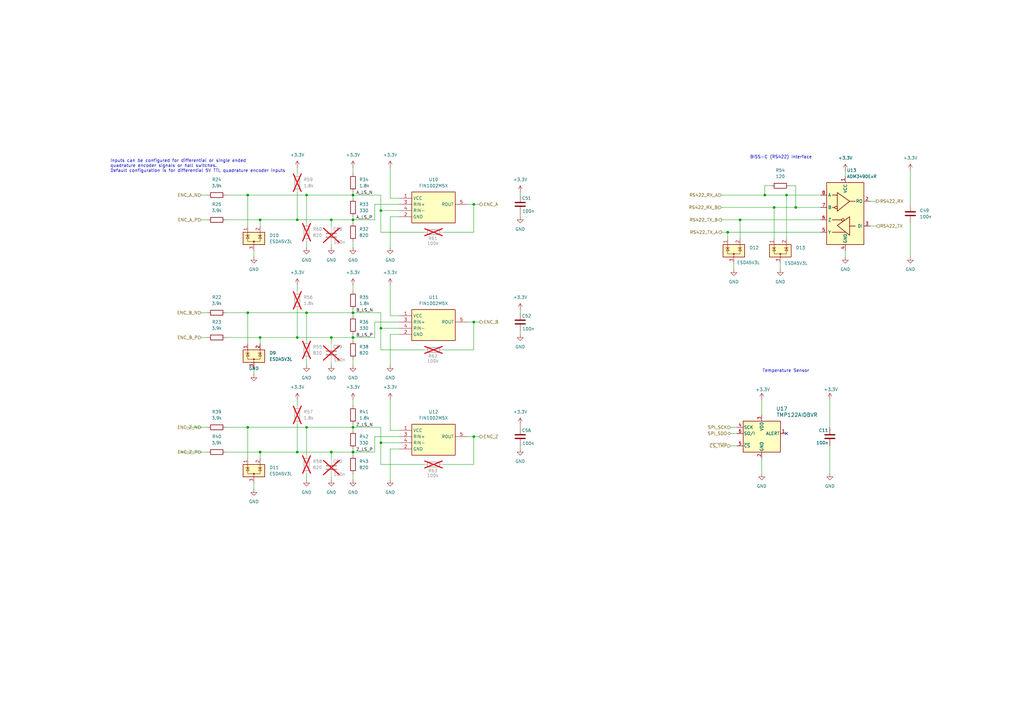
<source format=kicad_sch>
(kicad_sch (version 20250114) (generator "eeschema") (generator_version "9.0")
  (paper "A3")
  (lib_symbols
    (symbol "Device:C" (pin_numbers (hide yes)) (pin_names (offset 0.254))
      (property "Reference" "C" (at 0.635 2.54 0))
      (property "Value" "C" (at 0.635 -2.54 0))
      (symbol "C_0_1"
        (polyline (pts (xy -2.032 0.762) (xy 2.032 0.762)) (stroke (width 0.508)))
        (polyline (pts (xy -2.032 -0.762) (xy 2.032 -0.762)) (stroke (width 0.508)))
      )
      (symbol "C_1_1"
        (pin passive line (at 0 3.81 270) (length 2.794) (name "~") (number "1"))
        (pin passive line (at 0 -3.81 90) (length 2.794) (name "~") (number "2"))
      )
    )
    (symbol "Device:R" (pin_numbers (hide yes)) (pin_names (offset 0))
      (property "Reference" "R" (at 2.032 0 90))
      (property "Value" "R" (at 0 0 90))
      (symbol "R_0_1"
        (rectangle (start -1.016 -2.54) (end 1.016 2.54) (stroke (width 0.254)))
      )
      (symbol "R_1_1"
        (pin passive line (at 0 3.81 270) (length 1.27) (name "~") (number "1"))
        (pin passive line (at 0 -3.81 90) (length 1.27) (name "~") (number "2"))
      )
    )
    (symbol "Interface_UART:ADM3490ExR"
      (property "Reference" "U" (at -7.62 13.97 0))
      (property "Value" "ADM3490ExR" (at 7.62 13.97 0))
      (symbol "ADM3490ExR_0_1"
        (rectangle (start -7.62 12.7) (end 7.62 -12.7) (stroke (width 0.254)) (fill (type background)))
        (polyline (pts (xy -1.778 5.08) (xy -4.064 5.08)) (stroke (width 0.254)))
        (polyline (pts (xy -1.778 -5.08) (xy -4.064 -5.08)) (stroke (width 0.254)))
        (polyline (pts (xy -1.778 -5.08) (xy -1.778 -1.27) (xy 3.302 -4.826) (xy -1.778 -8.89) (xy -1.778 -5.08)) (stroke (width 0.254)))
        (polyline (pts (xy 0 -7.62) (xy 5.334 -7.62)) (stroke (width 0.254)))
        (circle (center 1.016 -2.54) (radius 0.508) (stroke (width 0.254)))
        (polyline (pts (xy 1.524 -2.54) (xy 5.334 -2.54)) (stroke (width 0.254)))
        (polyline (pts (xy 3.302 7.62) (xy 5.334 7.62)) (stroke (width 0.254)))
        (polyline (pts (xy 4.318 2.54) (xy 5.334 2.54)) (stroke (width 0.254)))
      )
      (symbol "ADM3490ExR_1_1"
        (polyline (pts (xy 3.302 4.826) (xy 3.302 8.636) (xy -1.778 5.08) (xy 3.302 1.016) (xy 3.302 4.826)) (stroke (width 0.254)))
        (circle (center 3.81 2.54) (radius 0.508) (stroke (width 0.254)))
        (pin output line (at -10.16 5.08 0) (length 2.54) (name "RO") (number "2"))
        (pin input line (at -10.16 -5.08 0) (length 2.54) (name "DI") (number "3"))
        (pin power_in line (at 0 15.24 270) (length 2.54) (name "VCC") (number "1"))
        (pin power_in line (at 0 -15.24 90) (length 2.54) (name "GND") (number "4"))
        (pin input line (at 10.16 7.62 180) (length 2.54) (name "A") (number "8"))
        (pin input line (at 10.16 2.54 180) (length 2.54) (name "B") (number "7"))
        (pin output line (at 10.16 -2.54 180) (length 2.54) (name "Z") (number "6"))
        (pin output line (at 10.16 -7.62 180) (length 2.54) (name "Y") (number "5"))
      )
    )
    (symbol "Power_Protection:ESDA5V3L" (pin_names (hide yes))
      (property "Reference" "D" (at 5.715 2.54 0))
      (property "Value" "ESDA5V3L" (at 5.715 0.635 0))
      (symbol "ESDA5V3L_0_0"
        (pin passive line (at 0 -5.08 90) (length 2.54) (name "A") (number "3"))
      )
      (symbol "ESDA5V3L_0_1"
        (rectangle (start -4.445 2.54) (end 4.445 -2.54) (stroke (width 0.254)) (fill (type background)))
        (polyline (pts (xy -3.302 1.016) (xy -3.302 1.27) (xy -1.905 1.27) (xy -1.778 1.27)))
        (polyline (pts (xy -2.54 2.54) (xy -2.54 1.27)))
        (polyline (pts (xy -2.54 1.27) (xy -2.54 -1.27) (xy 2.54 -1.27) (xy 2.54 1.27)))
        (polyline (pts (xy -2.54 1.27) (xy -1.905 0) (xy -3.175 0) (xy -2.54 1.27)))
        (polyline (pts (xy 0 -1.27) (xy 0 -2.54)))
        (circle (center 0 -1.27) (radius 0.254) (fill (type outline)))
        (polyline (pts (xy 1.778 1.016) (xy 1.778 1.27) (xy 3.175 1.27) (xy 3.302 1.27)))
        (polyline (pts (xy 2.54 2.54) (xy 2.54 1.27)))
        (polyline (pts (xy 2.54 1.27) (xy 1.905 0) (xy 3.175 0) (xy 2.54 1.27)))
      )
      (symbol "ESDA5V3L_1_1"
        (pin passive line (at -2.54 5.08 270) (length 2.54) (name "K") (number "1"))
        (pin passive line (at 2.54 5.08 270) (length 2.54) (name "K") (number "2"))
      )
    )
    (symbol "SSTA:FIN1002M5X"
      (property "Reference" "U" (at 4.826 4.318 0))
      (property "Value" "FIN1002M5X" (at 5.08 -10.922 0))
      (symbol "FIN1002M5X_1_1"
        (rectangle (start 5.08 2.54) (end 22.86 -10.16) (stroke (width 0.254)) (fill (type background)))
        (pin passive line (at 0 0 0) (length 5.08) (name "VCC") (number "1"))
        (pin passive line (at 0 -2.54 0) (length 5.08) (name "RIN+") (number "3"))
        (pin passive line (at 0 -5.08 0) (length 5.08) (name "RIN-") (number "4"))
        (pin passive line (at 0 -7.62 0) (length 5.08) (name "GND") (number "2"))
        (pin passive line (at 27.94 -2.54 180) (length 5.08) (name "ROUT") (number "5"))
      )
    )
    (symbol "SSTA:TMP122AIDBVR" (pin_names (offset 0.254))
      (property "Reference" "U" (at 12.192 6.604 0))
      (property "Value" "TMP122AIDBVR" (at 12.192 4.318 0))
      (symbol "TMP122AIDBVR_0_1"
        (pin unspecified line (at 0 0 0) (length 2.54) (name "SCK") (number "4"))
        (pin unspecified line (at 0 -2.54 0) (length 2.54) (name "SO/I") (number "6"))
        (pin power_in line (at 10.16 -12.7 90) (length 2.54) (name "GND") (number "2"))
        (pin unspecified line (at 20.32 -2.54 180) (length 2.54) (name "ALERT") (number "1"))
      )
      (symbol "TMP122AIDBVR_1_1"
        (rectangle (start 2.54 2.54) (end 17.78 -10.16) (stroke (width 0.254)) (fill (type background)))
        (pin unspecified line (at 0 -7.62 0) (length 2.54) (name "~{CS}") (number "5"))
        (pin power_in line (at 10.16 5.08 270) (length 2.54) (name "VDD") (number "3"))
      )
    )
    (symbol "power:+3.3V" (power) (pin_numbers (hide yes)) (pin_names (offset 0) (hide yes))
      (property "Value" "+3.3V" (at 0 3.556 0))
      (symbol "+3.3V_0_1"
        (polyline (pts (xy -0.762 1.27) (xy 0 2.54)))
        (polyline (pts (xy 0 2.54) (xy 0.762 1.27)))
        (polyline (pts (xy 0 0) (xy 0 2.54)))
      )
      (symbol "+3.3V_1_1"
        (pin power_in line (at 0 0 90) (length 0) (name "~") (number "1"))
      )
    )
    (symbol "power:GND" (power) (pin_numbers (hide yes)) (pin_names (offset 0) (hide yes))
      (property "Value" "GND" (at 0 -3.81 0))
      (symbol "GND_0_1"
        (polyline (pts (xy 0 0) (xy 0 -1.27) (xy 1.27 -1.27) (xy 0 -2.54) (xy -1.27 -1.27) (xy 0 -1.27)))
      )
      (symbol "GND_1_1"
        (pin power_in line (at 0 0 270) (length 0) (name "~") (number "1"))
      )
    )
  )
  (text "Temperature Sensor" (at 322.326 152.146 0) (effects (font (size 1.27 1.27))))
  (text "Inputs can be configured for differential or single ended\nquadrature encoder signals or hall switches.\nDefault configuration is for differential 5V TTL quadrature encoder inputs" (at 45.212 68.072 0) (effects (font (size 1.27 1.27)) (justify left)))
  (text "BISS-C (RS422) Interface" (at 307.594 64.516 0) (effects (font (size 1.27 1.27)) (justify left)))
  (junction (at 156.21 181.61))
  (junction (at 144.78 128.27))
  (junction (at 313.69 80.01))
  (junction (at 144.78 138.43))
  (junction (at 298.45 95.25))
  (junction (at 125.73 175.26))
  (junction (at 194.31 83.82))
  (junction (at 194.31 179.07))
  (junction (at 156.21 86.36))
  (junction (at 144.78 185.42))
  (junction (at 106.68 90.17))
  (junction (at 322.58 80.01))
  (junction (at 303.53 90.17))
  (junction (at 135.89 90.17))
  (junction (at 156.21 134.62))
  (junction (at 106.68 185.42))
  (junction (at 317.5 85.09))
  (junction (at 125.73 80.01))
  (junction (at 106.68 138.43))
  (junction (at 326.39 85.09))
  (junction (at 135.89 138.43))
  (junction (at 121.92 90.17))
  (junction (at 194.31 132.08))
  (junction (at 101.6 80.01))
  (junction (at 144.78 80.01))
  (junction (at 121.92 185.42))
  (junction (at 101.6 175.26))
  (junction (at 144.78 90.17))
  (junction (at 125.73 128.27))
  (junction (at 135.89 185.42))
  (junction (at 101.6 128.27))
  (junction (at 144.78 175.26))
  (junction (at 121.92 138.43))
  (no_connect (at 322.58 177.8))
  (wire (pts (xy 101.6 128.27) (xy 125.73 128.27)))
  (wire (pts (xy 163.83 88.9) (xy 160.02 88.9)))
  (wire (pts (xy 194.31 132.08) (xy 191.77 132.08)))
  (wire (pts (xy 82.55 128.27) (xy 85.09 128.27)))
  (wire (pts (xy 92.71 175.26) (xy 101.6 175.26)))
  (wire (pts (xy 356.87 92.71) (xy 359.41 92.71)))
  (wire (pts (xy 144.78 175.26) (xy 144.78 176.53)))
  (wire (pts (xy 144.78 128.27) (xy 144.78 129.54)))
  (wire (pts (xy 323.85 76.2) (xy 326.39 76.2)))
  (wire (pts (xy 144.78 80.01) (xy 144.78 81.28)))
  (wire (pts (xy 156.21 86.36) (xy 156.21 80.01)))
  (wire (pts (xy 153.67 132.08) (xy 153.67 138.43)))
  (wire (pts (xy 163.83 83.82) (xy 153.67 83.82)))
  (wire (pts (xy 144.78 90.17) (xy 144.78 91.44)))
  (wire (pts (xy 156.21 190.5) (xy 156.21 181.61)))
  (wire (pts (xy 194.31 143.51) (xy 194.31 132.08)))
  (wire (pts (xy 144.78 68.58) (xy 144.78 71.12)))
  (wire (pts (xy 163.83 184.15) (xy 160.02 184.15)))
  (wire (pts (xy 144.78 194.31) (xy 144.78 196.85)))
  (wire (pts (xy 106.68 90.17) (xy 121.92 90.17)))
  (wire (pts (xy 173.99 190.5) (xy 156.21 190.5)))
  (wire (pts (xy 160.02 163.83) (xy 160.02 176.53)))
  (wire (pts (xy 125.73 194.31) (xy 125.73 196.85)))
  (wire (pts (xy 196.85 179.07) (xy 194.31 179.07)))
  (wire (pts (xy 316.23 76.2) (xy 313.69 76.2)))
  (wire (pts (xy 322.58 80.01) (xy 336.55 80.01)))
  (wire (pts (xy 121.92 116.84) (xy 121.92 119.38)))
  (wire (pts (xy 101.6 128.27) (xy 101.6 140.97)))
  (wire (pts (xy 163.83 81.28) (xy 160.02 81.28)))
  (wire (pts (xy 160.02 116.84) (xy 160.02 129.54)))
  (wire (pts (xy 125.73 175.26) (xy 144.78 175.26)))
  (wire (pts (xy 144.78 175.26) (xy 156.21 175.26)))
  (wire (pts (xy 92.71 90.17) (xy 106.68 90.17)))
  (wire (pts (xy 92.71 128.27) (xy 101.6 128.27)))
  (wire (pts (xy 196.85 83.82) (xy 194.31 83.82)))
  (wire (pts (xy 144.78 138.43) (xy 144.78 139.7)))
  (wire (pts (xy 125.73 128.27) (xy 144.78 128.27)))
  (wire (pts (xy 101.6 80.01) (xy 125.73 80.01)))
  (wire (pts (xy 317.5 85.09) (xy 317.5 97.79)))
  (wire (pts (xy 144.78 184.15) (xy 144.78 185.42)))
  (wire (pts (xy 312.42 163.83) (xy 312.42 170.18)))
  (wire (pts (xy 213.36 173.99) (xy 213.36 175.26)))
  (wire (pts (xy 322.58 80.01) (xy 322.58 97.79)))
  (wire (pts (xy 144.78 80.01) (xy 156.21 80.01)))
  (wire (pts (xy 135.89 195.58) (xy 135.89 196.85)))
  (wire (pts (xy 356.87 82.55) (xy 359.41 82.55)))
  (wire (pts (xy 73.66 185.42) (xy 85.09 185.42)))
  (wire (pts (xy 144.78 99.06) (xy 144.78 101.6)))
  (wire (pts (xy 106.68 138.43) (xy 121.92 138.43)))
  (wire (pts (xy 213.36 127) (xy 213.36 128.27)))
  (wire (pts (xy 191.77 179.07) (xy 194.31 179.07)))
  (wire (pts (xy 92.71 80.01) (xy 101.6 80.01)))
  (wire (pts (xy 125.73 99.06) (xy 125.73 101.6)))
  (wire (pts (xy 104.14 102.87) (xy 104.14 105.41)))
  (wire (pts (xy 213.36 182.88) (xy 213.36 184.15)))
  (wire (pts (xy 160.02 137.16) (xy 160.02 149.86)))
  (wire (pts (xy 163.83 132.08) (xy 153.67 132.08)))
  (wire (pts (xy 313.69 80.01) (xy 322.58 80.01)))
  (wire (pts (xy 303.53 90.17) (xy 303.53 97.79)))
  (wire (pts (xy 144.78 78.74) (xy 144.78 80.01)))
  (wire (pts (xy 121.92 185.42) (xy 135.89 185.42)))
  (wire (pts (xy 101.6 80.01) (xy 101.6 92.71)))
  (wire (pts (xy 144.78 163.83) (xy 144.78 166.37)))
  (wire (pts (xy 213.36 87.63) (xy 213.36 88.9)))
  (wire (pts (xy 173.99 143.51) (xy 156.21 143.51)))
  (wire (pts (xy 299.72 177.8) (xy 302.26 177.8)))
  (wire (pts (xy 194.31 179.07) (xy 194.31 190.5)))
  (wire (pts (xy 153.67 179.07) (xy 153.67 185.42)))
  (wire (pts (xy 121.92 163.83) (xy 121.92 166.37)))
  (wire (pts (xy 298.45 95.25) (xy 298.45 97.79)))
  (wire (pts (xy 303.53 90.17) (xy 336.55 90.17)))
  (wire (pts (xy 121.92 127) (xy 121.92 138.43)))
  (wire (pts (xy 106.68 185.42) (xy 121.92 185.42)))
  (wire (pts (xy 326.39 85.09) (xy 336.55 85.09)))
  (wire (pts (xy 160.02 68.58) (xy 160.02 81.28)))
  (wire (pts (xy 181.61 143.51) (xy 194.31 143.51)))
  (wire (pts (xy 135.89 90.17) (xy 135.89 92.71)))
  (wire (pts (xy 82.55 138.43) (xy 85.09 138.43)))
  (wire (pts (xy 163.83 86.36) (xy 156.21 86.36)))
  (wire (pts (xy 121.92 90.17) (xy 135.89 90.17)))
  (wire (pts (xy 326.39 76.2) (xy 326.39 85.09)))
  (wire (pts (xy 135.89 148.59) (xy 135.89 149.86)))
  (wire (pts (xy 153.67 83.82) (xy 153.67 90.17)))
  (wire (pts (xy 156.21 134.62) (xy 156.21 128.27)))
  (wire (pts (xy 295.91 80.01) (xy 313.69 80.01)))
  (wire (pts (xy 340.36 182.88) (xy 340.36 194.31)))
  (wire (pts (xy 194.31 83.82) (xy 191.77 83.82)))
  (wire (pts (xy 163.83 176.53) (xy 160.02 176.53)))
  (wire (pts (xy 101.6 175.26) (xy 101.6 187.96)))
  (wire (pts (xy 125.73 175.26) (xy 125.73 186.69)))
  (wire (pts (xy 320.04 107.95) (xy 320.04 110.49)))
  (wire (pts (xy 156.21 95.25) (xy 156.21 86.36)))
  (wire (pts (xy 373.38 91.44) (xy 373.38 105.41)))
  (wire (pts (xy 144.78 116.84) (xy 144.78 119.38)))
  (wire (pts (xy 181.61 95.25) (xy 194.31 95.25)))
  (wire (pts (xy 312.42 187.96) (xy 312.42 194.31)))
  (wire (pts (xy 144.78 137.16) (xy 144.78 138.43)))
  (wire (pts (xy 121.92 78.74) (xy 121.92 90.17)))
  (wire (pts (xy 82.55 90.17) (xy 85.09 90.17)))
  (wire (pts (xy 106.68 140.97) (xy 106.68 138.43)))
  (wire (pts (xy 144.78 147.32) (xy 144.78 149.86)))
  (wire (pts (xy 153.67 185.42) (xy 144.78 185.42)))
  (wire (pts (xy 163.83 129.54) (xy 160.02 129.54)))
  (wire (pts (xy 104.14 151.13) (xy 104.14 153.67)))
  (wire (pts (xy 106.68 92.71) (xy 106.68 90.17)))
  (wire (pts (xy 76.2 175.26) (xy 85.09 175.26)))
  (wire (pts (xy 163.83 137.16) (xy 160.02 137.16)))
  (wire (pts (xy 153.67 138.43) (xy 144.78 138.43)))
  (wire (pts (xy 373.38 69.85) (xy 373.38 83.82)))
  (wire (pts (xy 125.73 80.01) (xy 125.73 91.44)))
  (wire (pts (xy 125.73 80.01) (xy 144.78 80.01)))
  (wire (pts (xy 125.73 147.32) (xy 125.73 149.86)))
  (wire (pts (xy 295.91 95.25) (xy 298.45 95.25)))
  (wire (pts (xy 317.5 85.09) (xy 326.39 85.09)))
  (wire (pts (xy 135.89 138.43) (xy 135.89 140.97)))
  (wire (pts (xy 340.36 163.83) (xy 340.36 175.26)))
  (wire (pts (xy 213.36 78.74) (xy 213.36 80.01)))
  (wire (pts (xy 346.71 102.87) (xy 346.71 105.41)))
  (wire (pts (xy 156.21 143.51) (xy 156.21 134.62)))
  (wire (pts (xy 298.45 95.25) (xy 336.55 95.25)))
  (wire (pts (xy 92.71 138.43) (xy 106.68 138.43)))
  (wire (pts (xy 163.83 134.62) (xy 156.21 134.62)))
  (wire (pts (xy 313.69 76.2) (xy 313.69 80.01)))
  (wire (pts (xy 135.89 90.17) (xy 144.78 90.17)))
  (wire (pts (xy 213.36 135.89) (xy 213.36 137.16)))
  (wire (pts (xy 144.78 173.99) (xy 144.78 175.26)))
  (wire (pts (xy 125.73 128.27) (xy 125.73 139.7)))
  (wire (pts (xy 163.83 179.07) (xy 153.67 179.07)))
  (wire (pts (xy 194.31 95.25) (xy 194.31 83.82)))
  (wire (pts (xy 295.91 85.09) (xy 317.5 85.09)))
  (wire (pts (xy 346.71 69.85) (xy 346.71 72.39)))
  (wire (pts (xy 160.02 88.9) (xy 160.02 101.6)))
  (wire (pts (xy 106.68 187.96) (xy 106.68 185.42)))
  (wire (pts (xy 135.89 185.42) (xy 144.78 185.42)))
  (wire (pts (xy 299.72 182.88) (xy 302.26 182.88)))
  (wire (pts (xy 135.89 100.33) (xy 135.89 101.6)))
  (wire (pts (xy 173.99 95.25) (xy 156.21 95.25)))
  (wire (pts (xy 144.78 127) (xy 144.78 128.27)))
  (wire (pts (xy 135.89 185.42) (xy 135.89 187.96)))
  (wire (pts (xy 104.14 198.12) (xy 104.14 200.66)))
  (wire (pts (xy 121.92 68.58) (xy 121.92 71.12)))
  (wire (pts (xy 144.78 88.9) (xy 144.78 90.17)))
  (wire (pts (xy 82.55 80.01) (xy 85.09 80.01)))
  (wire (pts (xy 121.92 138.43) (xy 135.89 138.43)))
  (wire (pts (xy 135.89 138.43) (xy 144.78 138.43)))
  (wire (pts (xy 163.83 181.61) (xy 156.21 181.61)))
  (wire (pts (xy 160.02 184.15) (xy 160.02 196.85)))
  (wire (pts (xy 295.91 90.17) (xy 303.53 90.17)))
  (wire (pts (xy 156.21 181.61) (xy 156.21 175.26)))
  (wire (pts (xy 299.72 175.26) (xy 302.26 175.26)))
  (wire (pts (xy 144.78 128.27) (xy 156.21 128.27)))
  (wire (pts (xy 153.67 90.17) (xy 144.78 90.17)))
  (wire (pts (xy 300.99 107.95) (xy 300.99 110.49)))
  (wire (pts (xy 181.61 190.5) (xy 194.31 190.5)))
  (wire (pts (xy 196.85 132.08) (xy 194.31 132.08)))
  (wire (pts (xy 92.71 185.42) (xy 106.68 185.42)))
  (wire (pts (xy 144.78 185.42) (xy 144.78 186.69)))
  (wire (pts (xy 101.6 175.26) (xy 125.73 175.26)))
  (wire (pts (xy 121.92 173.99) (xy 121.92 185.42)))
  (label "Z_LS_P" (at 146.05 185.42 0))
  (label "Z_LS_N" (at 146.05 175.26 0))
  (label "A_LS_P" (at 146.05 90.17 0))
  (label "A_LS_N" (at 146.05 80.01 0))
  (label "B_LS_P" (at 146.05 138.43 0))
  (label "B_LS_N" (at 146.05 128.27 0))
  (hierarchical_label "ENC_B" (shape output) (at 196.85 132.08 0))
  (hierarchical_label "RS422_TX" (shape input) (at 359.41 92.71 0))
  (hierarchical_label "ENC_Z" (shape output) (at 196.85 179.07 0))
  (hierarchical_label "SPI_SCK" (shape input) (at 299.72 175.26 180))
  (hierarchical_label "SPI_SDO" (shape tri_state) (at 299.72 177.8 180))
  (hierarchical_label "ENC_Z_P" (shape input) (at 82.55 185.42 180))
  (hierarchical_label "ENC_Z_N" (shape input) (at 82.55 175.26 180))
  (hierarchical_label "ENC_A_N" (shape input) (at 82.55 80.01 180))
  (hierarchical_label "ENC_A_P" (shape input) (at 82.55 90.17 180))
  (hierarchical_label "ENC_B_N" (shape input) (at 82.55 128.27 180))
  (hierarchical_label "ENC_B_P" (shape input) (at 82.55 138.43 180))
  (hierarchical_label "RS422_TX_B" (shape output) (at 295.91 90.17 180))
  (hierarchical_label "RS422_RX_A" (shape input) (at 295.91 80.01 180))
  (hierarchical_label "RS422_RX_B" (shape input) (at 295.91 85.09 180))
  (hierarchical_label "RS422_TX_A" (shape output) (at 295.91 95.25 180))
  (hierarchical_label "RS422_RX" (shape output) (at 359.41 82.55 0))
  (hierarchical_label "ENC_A" (shape output) (at 196.85 83.82 0))
  (hierarchical_label "~{CS_TMP}" (shape input) (at 299.72 182.88 180))
  (symbol (lib_id "power:+3.3V") (at 160.02 68.58 0) (unit 1)
    (property "Reference" "#PWR063" (effects (hide yes)))
    (property "Value" "+3.3V" (at 160.02 63.5 0))
    (property "Description" "Power symbol creates a global label with name \"+3.3V\"" (effects (hide yes)))
  )
  (symbol (lib_id "power:GND") (at 373.38 105.41 0) (mirror y) (unit 1)
    (property "Reference" "#PWR0151" (effects (hide yes)))
    (property "Value" "GND" (at 373.38 110.49 0))
    (property "Description" "Power symbol creates a global label with name \"GND\" , ground" (effects (hide yes)))
  )
  (symbol (lib_id "Device:R") (at 125.73 190.5 0) (unit 1) (exclude_from_sim yes) (dnp yes)
    (property "Reference" "R58" (at 128.27 189.2299 0) (effects (justify left)))
    (property "Value" "820" (at 128.27 191.7699 0) (effects (justify left)))
    (property "Footprint" "Resistor_SMD:R_0805_2012Metric" (effects (hide yes)))
    (property "Description" "Resistor" (effects (hide yes)))
  )
  (symbol (lib_id "Device:R") (at 144.78 85.09 0) (unit 1)
    (property "Reference" "R33" (at 147.32 83.8199 0) (effects (justify left)))
    (property "Value" "330" (at 147.32 86.3599 0) (effects (justify left)))
    (property "Footprint" "Resistor_SMD:R_0805_2012Metric" (effects (hide yes)))
    (property "Description" "Resistor" (effects (hide yes)))
  )
  (symbol (lib_id "power:GND") (at 160.02 196.85 0) (unit 1)
    (property "Reference" "#PWR0101" (effects (hide yes)))
    (property "Value" "GND" (at 160.02 201.93 0))
    (property "Description" "Power symbol creates a global label with name \"GND\" , ground" (effects (hide yes)))
  )
  (symbol (lib_id "power:GND") (at 104.14 153.67 0) (unit 1) (exclude_from_sim yes)
    (property "Reference" "#PWR0173" (effects (hide yes)))
    (property "Value" "GND" (at 104.14 151.13 0))
    (property "Description" "Power symbol creates a global label with name \"GND\" , ground" (effects (hide yes)))
  )
  (symbol (lib_id "power:GND") (at 135.89 101.6 0) (unit 1) (exclude_from_sim yes)
    (property "Reference" "#PWR071" (effects (hide yes)))
    (property "Value" "GND" (at 135.89 106.68 0))
    (property "Description" "Power symbol creates a global label with name \"GND\" , ground" (effects (hide yes)))
  )
  (symbol (lib_id "power:GND") (at 346.71 105.41 0) (mirror y) (unit 1)
    (property "Reference" "#PWR0159" (effects (hide yes)))
    (property "Value" "GND" (at 346.71 110.49 0))
    (property "Description" "Power symbol creates a global label with name \"GND\" , ground" (effects (hide yes)))
  )
  (symbol (lib_id "Device:R") (at 144.78 74.93 0) (unit 1)
    (property "Reference" "R34" (at 147.32 73.6599 0) (effects (justify left)))
    (property "Value" "1.8k" (at 147.32 76.1999 0) (effects (justify left)))
    (property "Footprint" "Resistor_SMD:R_0805_2012Metric" (effects (hide yes)))
    (property "Description" "Resistor" (effects (hide yes)))
  )
  (symbol (lib_id "Device:R") (at 144.78 143.51 0) (unit 1) (exclude_from_sim yes)
    (property "Reference" "R38" (at 147.32 142.2399 0) (effects (justify left)))
    (property "Value" "820" (at 147.32 144.7799 0) (effects (justify left)))
    (property "Footprint" "Resistor_SMD:R_0805_2012Metric" (effects (hide yes)))
    (property "Description" "Resistor" (effects (hide yes)))
  )
  (symbol (lib_id "Device:R") (at 88.9 185.42 90) (unit 1) (exclude_from_sim yes)
    (property "Reference" "R40" (at 88.9 179.07 90))
    (property "Value" "3.9k" (at 88.9 181.61 90))
    (property "Footprint" "Resistor_SMD:R_0805_2012Metric" (effects (hide yes)))
    (property "Description" "Resistor" (effects (hide yes)))
  )
  (symbol (lib_id "power:GND") (at 144.78 101.6 0) (unit 1)
    (property "Reference" "#PWR062" (effects (hide yes)))
    (property "Value" "GND" (at 144.78 106.68 0))
    (property "Description" "Power symbol creates a global label with name \"GND\" , ground" (effects (hide yes)))
  )
  (symbol (lib_id "SSTA:FIN1002M5X") (at 163.83 81.28 0) (unit 1)
    (property "Reference" "U10" (at 177.8 73.66 0))
    (property "Value" "FIN1002M5X" (at 177.8 76.2 0))
    (property "Footprint" "Package_TO_SOT_SMD:SOT-23-5" (effects (hide yes)))
    (property "Datasheet" "https://www.onsemi.com/pub/Collateral/FIN1002-D.pdf" (effects (hide yes)))
    (property "Description" "1-bit LVDS reciever, >400 Mbit/s" (effects (hide yes)))
    (property "Height" "1.45" (effects (hide yes)))
    (property "Mouser Part Number" "512-FIN1002M5X" (effects (hide yes)))
    (property "Mouser Price/Stock" "https://www.mouser.co.uk/ProductDetail/onsemi-Fairchild/FIN1002M5X?qs=kvVQGybKvwAF4DtbNzX2kg%3D%3D" (effects (hide yes)))
    (property "Manufacturer_Name" "onsemi" (effects (hide yes)))
    (property "Manufacturer_Part_Number" "FIN1002M5X" (effects (hide yes)))
  )
  (symbol (lib_id "Device:R") (at 144.78 133.35 0) (unit 1) (exclude_from_sim yes)
    (property "Reference" "R36" (at 147.32 132.0799 0) (effects (justify left)))
    (property "Value" "330" (at 147.32 134.6199 0) (effects (justify left)))
    (property "Footprint" "Resistor_SMD:R_0805_2012Metric" (effects (hide yes)))
    (property "Description" "Resistor" (effects (hide yes)))
  )
  (symbol (lib_id "Device:R") (at 144.78 95.25 0) (unit 1)
    (property "Reference" "R32" (at 147.32 93.9799 0) (effects (justify left)))
    (property "Value" "820" (at 147.32 96.5199 0) (effects (justify left)))
    (property "Footprint" "Resistor_SMD:R_0805_2012Metric" (effects (hide yes)))
    (property "Description" "Resistor" (effects (hide yes)))
  )
  (symbol (lib_id "power:GND") (at 104.14 105.41 0) (unit 1) (exclude_from_sim yes)
    (property "Reference" "#PWR0174" (effects (hide yes)))
    (property "Value" "GND" (at 104.14 110.49 0))
    (property "Description" "Power symbol creates a global label with name \"GND\" , ground" (effects (hide yes)))
  )
  (symbol (lib_id "Device:R") (at 121.92 170.18 0) (unit 1) (exclude_from_sim yes) (dnp yes)
    (property "Reference" "R57" (at 124.46 168.9099 0) (effects (justify left)))
    (property "Value" "1.8k" (at 124.46 171.4499 0) (effects (justify left)))
    (property "Footprint" "Resistor_SMD:R_0805_2012Metric" (effects (hide yes)))
    (property "Description" "Resistor" (effects (hide yes)))
  )
  (symbol (lib_id "power:GND") (at 312.42 194.31 0) (mirror y) (unit 1)
    (property "Reference" "#PWR0102" (effects (hide yes)))
    (property "Value" "GND" (at 312.42 199.39 0))
    (property "Description" "Power symbol creates a global label with name \"GND\" , ground" (effects (hide yes)))
  )
  (symbol (lib_id "Device:R") (at 177.8 95.25 90) (unit 1) (dnp yes)
    (property "Reference" "R61" (at 177.546 97.79 90))
    (property "Value" "100k" (at 177.546 99.822 90))
    (property "Footprint" "Resistor_SMD:R_0805_2012Metric" (effects (hide yes)))
    (property "Description" "Resistor" (effects (hide yes)))
  )
  (symbol (lib_id "power:+3.3V") (at 121.92 68.58 0) (unit 1) (exclude_from_sim yes)
    (property "Reference" "#PWR0169" (effects (hide yes)))
    (property "Value" "+3.3V" (at 121.92 63.5 0))
    (property "Description" "Power symbol creates a global label with name \"+3.3V\"" (effects (hide yes)))
  )
  (symbol (lib_id "Power_Protection:ESDA5V3L") (at 104.14 193.04 0) (unit 1)
    (property "Reference" "D11" (at 110.49 191.7699 0) (effects (justify left)))
    (property "Value" "ESDA5V3L" (at 110.49 194.3099 0) (effects (justify left)))
    (property "Footprint" "Package_TO_SOT_SMD:SOT-23-3" (effects (hide yes)))
    (property "Datasheet" "https://www.st.com/resource/en/datasheet/esdal.pdf" (effects (hide yes)))
    (property "Description" "TVS Diode Array, 5.5V Standoff, 2 Channels, SOT23" (effects (hide yes)))
    (property "Mouser Part Number" "511-ESDA5V3L" (effects (hide yes)))
  )
  (symbol (lib_id "power:+3.3V") (at 121.92 116.84 0) (unit 1) (exclude_from_sim yes)
    (property "Reference" "#PWR072" (effects (hide yes)))
    (property "Value" "+3.3V" (at 121.92 111.76 0))
    (property "Description" "Power symbol creates a global label with name \"+3.3V\"" (effects (hide yes)))
  )
  (symbol (lib_id "power:GND") (at 135.89 196.85 0) (unit 1) (exclude_from_sim yes)
    (property "Reference" "#PWR0172" (effects (hide yes)))
    (property "Value" "GND" (at 135.89 201.93 0))
    (property "Description" "Power symbol creates a global label with name \"GND\" , ground" (effects (hide yes)))
  )
  (symbol (lib_id "power:+3.3V") (at 340.36 163.83 0) (unit 1)
    (property "Reference" "#PWR018" (effects (hide yes)))
    (property "Value" "+3.3V" (at 337.82 159.766 0) (effects (justify left)))
    (property "Description" "Power symbol creates a global label with name \"+3.3V\"" (effects (hide yes)))
  )
  (symbol (lib_id "Device:R") (at 121.92 74.93 0) (unit 1) (exclude_from_sim yes) (dnp yes)
    (property "Reference" "R59" (at 124.46 73.6599 0) (effects (justify left)))
    (property "Value" "1.8k" (at 124.46 76.1999 0) (effects (justify left)))
    (property "Footprint" "Resistor_SMD:R_0805_2012Metric" (effects (hide yes)))
    (property "Description" "Resistor" (effects (hide yes)))
  )
  (symbol (lib_id "Device:C") (at 373.38 87.63 0) (unit 1)
    (property "Reference" "C49" (at 377.19 86.36 0) (effects (justify left)))
    (property "Value" "100n" (at 377.19 88.9 0) (effects (justify left)))
    (property "Footprint" "Capacitor_SMD:C_0603_1608Metric" (effects (hide yes)))
    (property "Description" "Unpolarized capacitor" (effects (hide yes)))
    (property "Mouser Part Number" "581-06035C104KAT2A" (effects (hide yes)))
  )
  (symbol (lib_id "SSTA:TMP122AIDBVR") (at 302.26 175.26 0) (unit 1)
    (property "Reference" "U17" (at 320.675 167.64 0) (effects (font (size 1.524 1.524))))
    (property "Value" "TMP122AIDBVR" (at 326.898 170.18 0) (effects (font (size 1.524 1.524))))
    (property "Footprint" "SSTA:DBV6" (effects (hide yes)))
    (property "Datasheet" "https://www.ti.com/lit/gpn/tmp122" (effects (hide yes)))
    (property "Description" "SPI Temperature Sensor" (effects (hide yes)))
  )
  (symbol (lib_id "SSTA:FIN1002M5X") (at 163.83 176.53 0) (unit 1)
    (property "Reference" "U12" (at 177.8 168.91 0))
    (property "Value" "FIN1002M5X" (at 177.8 171.45 0))
    (property "Footprint" "Package_TO_SOT_SMD:SOT-23-5" (effects (hide yes)))
    (property "Datasheet" "https://www.onsemi.com/pub/Collateral/FIN1002-D.pdf" (effects (hide yes)))
    (property "Description" "1-bit LVDS reciever, >400 Mbit/s" (effects (hide yes)))
    (property "Height" "1.45" (effects (hide yes)))
    (property "Mouser Part Number" "512-FIN1002M5X" (effects (hide yes)))
    (property "Mouser Price/Stock" "https://www.mouser.co.uk/ProductDetail/onsemi-Fairchild/FIN1002M5X?qs=kvVQGybKvwAF4DtbNzX2kg%3D%3D" (effects (hide yes)))
    (property "Manufacturer_Name" "onsemi" (effects (hide yes)))
    (property "Manufacturer_Part_Number" "FIN1002M5X" (effects (hide yes)))
  )
  (symbol (lib_id "Device:R") (at 88.9 90.17 90) (unit 1) (exclude_from_sim yes)
    (property "Reference" "R25" (at 88.9 83.82 90))
    (property "Value" "3.9k" (at 88.9 86.36 90))
    (property "Footprint" "Resistor_SMD:R_0805_2012Metric" (effects (hide yes)))
    (property "Description" "Resistor" (effects (hide yes)))
  )
  (symbol (lib_id "power:GND") (at 144.78 149.86 0) (unit 1) (exclude_from_sim yes)
    (property "Reference" "#PWR090" (effects (hide yes)))
    (property "Value" "GND" (at 144.78 154.94 0))
    (property "Description" "Power symbol creates a global label with name \"GND\" , ground" (effects (hide yes)))
  )
  (symbol (lib_id "Device:R") (at 144.78 123.19 0) (unit 1) (exclude_from_sim yes)
    (property "Reference" "R35" (at 147.32 121.9199 0) (effects (justify left)))
    (property "Value" "1.8k" (at 147.32 124.4599 0) (effects (justify left)))
    (property "Footprint" "Resistor_SMD:R_0805_2012Metric" (effects (hide yes)))
    (property "Description" "Resistor" (effects (hide yes)))
  )
  (symbol (lib_id "Device:C") (at 340.36 179.07 0) (unit 1) (exclude_from_sim yes)
    (property "Reference" "C11" (at 335.788 176.53 0) (effects (justify left)))
    (property "Value" "100n" (at 334.772 181.61 0) (effects (justify left)))
    (property "Footprint" "Capacitor_SMD:C_0805_2012Metric" (effects (hide yes)))
    (property "Description" "Unpolarized capacitor" (effects (hide yes)))
  )
  (symbol (lib_id "power:GND") (at 213.36 88.9 0) (mirror y) (unit 1) (exclude_from_sim yes)
    (property "Reference" "#PWR0153" (effects (hide yes)))
    (property "Value" "GND" (at 213.36 93.98 0))
    (property "Description" "Power symbol creates a global label with name \"GND\" , ground" (effects (hide yes)))
  )
  (symbol (lib_id "Device:R") (at 177.8 143.51 90) (unit 1) (dnp yes)
    (property "Reference" "R62" (at 177.546 146.05 90))
    (property "Value" "100k" (at 177.546 148.082 90))
    (property "Footprint" "Resistor_SMD:R_0805_2012Metric" (effects (hide yes)))
    (property "Description" "Resistor" (effects (hide yes)))
  )
  (symbol (lib_id "power:+3.3V") (at 144.78 68.58 0) (unit 1)
    (property "Reference" "#PWR057" (effects (hide yes)))
    (property "Value" "+3.3V" (at 144.78 63.5 0))
    (property "Description" "Power symbol creates a global label with name \"+3.3V\"" (effects (hide yes)))
  )
  (symbol (lib_id "power:+3.3V") (at 144.78 163.83 0) (unit 1)
    (property "Reference" "#PWR0100" (effects (hide yes)))
    (property "Value" "+3.3V" (at 144.78 158.75 0))
    (property "Description" "Power symbol creates a global label with name \"+3.3V\"" (effects (hide yes)))
  )
  (symbol (lib_id "Device:C") (at 213.36 179.07 0) (mirror y) (unit 1) (exclude_from_sim yes)
    (property "Reference" "C56" (at 217.932 176.53 0) (effects (justify left)))
    (property "Value" "100n" (at 219.202 181.864 0) (effects (justify left)))
    (property "Footprint" "Capacitor_SMD:C_0805_2012Metric" (effects (hide yes)))
    (property "Description" "Unpolarized capacitor" (effects (hide yes)))
  )
  (symbol (lib_id "Power_Protection:ESDA5V3L") (at 320.04 102.87 0) (unit 1)
    (property "Reference" "D13" (at 326.39 101.5999 0) (effects (justify left)))
    (property "Value" "ESDA5V3L" (at 321.818 107.95 0) (effects (justify left)))
    (property "Footprint" "Package_TO_SOT_SMD:SOT-23-3" (effects (hide yes)))
    (property "Datasheet" "https://www.st.com/resource/en/datasheet/esdal.pdf" (effects (hide yes)))
    (property "Description" "TVS Diode Array, 5.5V Standoff, 2 Channels, SOT23" (effects (hide yes)))
    (property "Mouser Part Number" "511-ESDA5V3L" (effects (hide yes)))
  )
  (symbol (lib_id "power:GND") (at 213.36 137.16 0) (mirror y) (unit 1) (exclude_from_sim yes)
    (property "Reference" "#PWR0155" (effects (hide yes)))
    (property "Value" "GND" (at 213.36 142.24 0))
    (property "Description" "Power symbol creates a global label with name \"GND\" , ground" (effects (hide yes)))
  )
  (symbol (lib_id "Device:R") (at 144.78 170.18 0) (unit 1) (exclude_from_sim yes)
    (property "Reference" "R41" (at 147.32 168.9099 0) (effects (justify left)))
    (property "Value" "1.8k" (at 147.32 171.4499 0) (effects (justify left)))
    (property "Footprint" "Resistor_SMD:R_0805_2012Metric" (effects (hide yes)))
    (property "Description" "Resistor" (effects (hide yes)))
  )
  (symbol (lib_id "power:+3.3V") (at 312.42 163.83 0) (unit 1)
    (property "Reference" "#PWR085" (effects (hide yes)))
    (property "Value" "+3.3V" (at 309.88 159.766 0) (effects (justify left)))
    (property "Description" "Power symbol creates a global label with name \"+3.3V\"" (effects (hide yes)))
  )
  (symbol (lib_id "power:GND") (at 213.36 184.15 0) (mirror y) (unit 1) (exclude_from_sim yes)
    (property "Reference" "#PWR0157" (effects (hide yes)))
    (property "Value" "GND" (at 213.36 189.23 0))
    (property "Description" "Power symbol creates a global label with name \"GND\" , ground" (effects (hide yes)))
  )
  (symbol (lib_id "Device:C") (at 135.89 96.52 0) (mirror y) (unit 1) (exclude_from_sim yes) (dnp yes)
    (property "Reference" "C58" (at 140.462 93.98 0) (effects (justify left)))
    (property "Value" "100n" (at 141.732 99.314 0) (effects (justify left)))
    (property "Footprint" "Capacitor_SMD:C_0805_2012Metric" (effects (hide yes)))
    (property "Description" "Unpolarized capacitor" (effects (hide yes)))
  )
  (symbol (lib_id "SSTA:FIN1002M5X") (at 163.83 129.54 0) (unit 1)
    (property "Reference" "U11" (at 177.8 121.92 0))
    (property "Value" "FIN1002M5X" (at 177.8 124.46 0))
    (property "Footprint" "Package_TO_SOT_SMD:SOT-23-5" (effects (hide yes)))
    (property "Datasheet" "https://www.onsemi.com/pub/Collateral/FIN1002-D.pdf" (effects (hide yes)))
    (property "Description" "1-bit LVDS reciever, >400 Mbit/s" (effects (hide yes)))
    (property "Height" "1.45" (effects (hide yes)))
    (property "Mouser Part Number" "512-FIN1002M5X" (effects (hide yes)))
    (property "Mouser Price/Stock" "https://www.mouser.co.uk/ProductDetail/onsemi-Fairchild/FIN1002M5X?qs=kvVQGybKvwAF4DtbNzX2kg%3D%3D" (effects (hide yes)))
    (property "Manufacturer_Name" "onsemi" (effects (hide yes)))
    (property "Manufacturer_Part_Number" "FIN1002M5X" (effects (hide yes)))
  )
  (symbol (lib_id "Device:R") (at 121.92 123.19 0) (unit 1) (exclude_from_sim yes) (dnp yes)
    (property "Reference" "R56" (at 124.46 121.9199 0) (effects (justify left)))
    (property "Value" "1.8k" (at 124.46 124.4599 0) (effects (justify left)))
    (property "Footprint" "Resistor_SMD:R_0805_2012Metric" (effects (hide yes)))
    (property "Description" "Resistor" (effects (hide yes)))
  )
  (symbol (lib_id "Interface_UART:ADM3490ExR") (at 346.71 87.63 0) (mirror y) (unit 1)
    (property "Reference" "U13" (at 347.2941 69.85 0) (effects (justify right)))
    (property "Value" "ADM3490ExR" (at 347.2941 72.39 0) (effects (justify right)))
    (property "Footprint" "Package_SO:SOIC-8_3.9x4.9mm_P1.27mm" (effects (hide yes)))
    (property "Datasheet" "https://www.analog.com/media/en/technical-documentation/data-sheets/ADM3483E_3486E_3488E_3490E_3491E.pdf" (effects (hide yes)))
    (property "Description" "RS-485, RS-422 full duplex 12 Mbps transceiver, SOIC-8" (effects (hide yes)))
    (property "Mouser Part Number" "584-ADM3490EARZ" (effects (hide yes)))
  )
  (symbol (lib_id "Device:R") (at 125.73 143.51 0) (unit 1) (exclude_from_sim yes) (dnp yes)
    (property "Reference" "R55" (at 128.27 142.2399 0) (effects (justify left)))
    (property "Value" "820" (at 128.27 144.7799 0) (effects (justify left)))
    (property "Footprint" "Resistor_SMD:R_0805_2012Metric" (effects (hide yes)))
    (property "Description" "Resistor" (effects (hide yes)))
  )
  (symbol (lib_id "power:+3.3V") (at 160.02 163.83 0) (unit 1)
    (property "Reference" "#PWR0167" (effects (hide yes)))
    (property "Value" "+3.3V" (at 160.02 158.75 0))
    (property "Description" "Power symbol creates a global label with name \"+3.3V\"" (effects (hide yes)))
  )
  (symbol (lib_id "power:GND") (at 135.89 149.86 0) (unit 1) (exclude_from_sim yes)
    (property "Reference" "#PWR0171" (effects (hide yes)))
    (property "Value" "GND" (at 135.89 154.94 0))
    (property "Description" "Power symbol creates a global label with name \"GND\" , ground" (effects (hide yes)))
  )
  (symbol (lib_id "Power_Protection:ESDA5V3L") (at 104.14 97.79 0) (unit 1)
    (property "Reference" "D10" (at 110.49 96.5199 0) (effects (justify left)))
    (property "Value" "ESDA5V3L" (at 110.49 99.0599 0) (effects (justify left)))
    (property "Footprint" "Package_TO_SOT_SMD:SOT-23-3" (effects (hide yes)))
    (property "Datasheet" "https://www.st.com/resource/en/datasheet/esdal.pdf" (effects (hide yes)))
    (property "Description" "TVS Diode Array, 5.5V Standoff, 2 Channels, SOT23" (effects (hide yes)))
    (property "Mouser Part Number" "511-ESDA5V3L" (effects (hide yes)))
  )
  (symbol (lib_id "power:+3.3V") (at 213.36 127 0) (unit 1)
    (property "Reference" "#PWR0154" (effects (hide yes)))
    (property "Value" "+3.3V" (at 213.36 121.92 0))
    (property "Description" "Power symbol creates a global label with name \"+3.3V\"" (effects (hide yes)))
  )
  (symbol (lib_id "power:GND") (at 160.02 101.6 0) (unit 1)
    (property "Reference" "#PWR064" (effects (hide yes)))
    (property "Value" "GND" (at 160.02 106.68 0))
    (property "Description" "Power symbol creates a global label with name \"GND\" , ground" (effects (hide yes)))
  )
  (symbol (lib_id "Device:R") (at 125.73 95.25 0) (unit 1) (exclude_from_sim yes) (dnp yes)
    (property "Reference" "R60" (at 128.27 93.9799 0) (effects (justify left)))
    (property "Value" "820" (at 128.27 96.5199 0) (effects (justify left)))
    (property "Footprint" "Resistor_SMD:R_0805_2012Metric" (effects (hide yes)))
    (property "Description" "Resistor" (effects (hide yes)))
  )
  (symbol (lib_id "Power_Protection:ESDA5V3L") (at 104.14 146.05 0) (unit 1)
    (property "Reference" "D9" (at 110.49 144.7799 0) (effects (justify left)))
    (property "Value" "ESDA5V3L" (at 110.49 147.3199 0) (effects (justify left)))
    (property "Footprint" "Package_TO_SOT_SMD:SOT-23-3" (effects (hide yes)))
    (property "Datasheet" "https://www.st.com/resource/en/datasheet/esdal.pdf" (effects (hide yes)))
    (property "Description" "TVS Diode Array, 5.5V Standoff, 2 Channels, SOT23" (effects (hide yes)))
    (property "Mouser Part Number" "511-ESDA5V3L" (effects (hide yes)))
  )
  (symbol (lib_id "Device:R") (at 88.9 138.43 90) (unit 1)
    (property "Reference" "R23" (at 88.9 132.08 90))
    (property "Value" "3.9k" (at 88.9 134.62 90))
    (property "Footprint" "Resistor_SMD:R_0805_2012Metric" (effects (hide yes)))
    (property "Description" "Resistor" (effects (hide yes)))
  )
  (symbol (lib_id "power:GND") (at 125.73 196.85 0) (unit 1) (exclude_from_sim yes)
    (property "Reference" "#PWR0168" (effects (hide yes)))
    (property "Value" "GND" (at 125.73 201.93 0))
    (property "Description" "Power symbol creates a global label with name \"GND\" , ground" (effects (hide yes)))
  )
  (symbol (lib_id "Device:C") (at 213.36 132.08 0) (mirror y) (unit 1) (exclude_from_sim yes)
    (property "Reference" "C52" (at 217.932 129.54 0) (effects (justify left)))
    (property "Value" "100n" (at 219.202 134.874 0) (effects (justify left)))
    (property "Footprint" "Capacitor_SMD:C_0805_2012Metric" (effects (hide yes)))
    (property "Description" "Unpolarized capacitor" (effects (hide yes)))
  )
  (symbol (lib_id "Device:R") (at 144.78 180.34 0) (unit 1) (exclude_from_sim yes)
    (property "Reference" "R42" (at 147.32 179.0699 0) (effects (justify left)))
    (property "Value" "330" (at 147.32 181.6099 0) (effects (justify left)))
    (property "Footprint" "Resistor_SMD:R_0805_2012Metric" (effects (hide yes)))
    (property "Description" "Resistor" (effects (hide yes)))
  )
  (symbol (lib_id "Power_Protection:ESDA5V3L") (at 300.99 102.87 0) (unit 1)
    (property "Reference" "D12" (at 307.34 101.5999 0) (effects (justify left)))
    (property "Value" "ESDA5V3L" (at 302.26 107.696 0) (effects (justify left)))
    (property "Footprint" "Package_TO_SOT_SMD:SOT-23-3" (effects (hide yes)))
    (property "Datasheet" "https://www.st.com/resource/en/datasheet/esdal.pdf" (effects (hide yes)))
    (property "Description" "TVS Diode Array, 5.5V Standoff, 2 Channels, SOT23" (effects (hide yes)))
    (property "Mouser Part Number" "511-ESDA5V3L" (effects (hide yes)))
  )
  (symbol (lib_id "power:+3.3V") (at 213.36 173.99 0) (unit 1)
    (property "Reference" "#PWR0156" (effects (hide yes)))
    (property "Value" "+3.3V" (at 213.36 168.91 0))
    (property "Description" "Power symbol creates a global label with name \"+3.3V\"" (effects (hide yes)))
  )
  (symbol (lib_id "power:GND") (at 160.02 149.86 0) (unit 1)
    (property "Reference" "#PWR095" (effects (hide yes)))
    (property "Value" "GND" (at 160.02 154.94 0))
    (property "Description" "Power symbol creates a global label with name \"GND\" , ground" (effects (hide yes)))
  )
  (symbol (lib_id "power:GND") (at 300.99 110.49 0) (unit 1) (exclude_from_sim yes)
    (property "Reference" "#PWR0176" (effects (hide yes)))
    (property "Value" "GND" (at 300.99 115.57 0))
    (property "Description" "Power symbol creates a global label with name \"GND\" , ground" (effects (hide yes)))
  )
  (symbol (lib_id "Device:R") (at 177.8 190.5 90) (unit 1) (dnp yes)
    (property "Reference" "R63" (at 177.546 193.04 90))
    (property "Value" "100k" (at 177.546 195.072 90))
    (property "Footprint" "Resistor_SMD:R_0805_2012Metric" (effects (hide yes)))
    (property "Description" "Resistor" (effects (hide yes)))
  )
  (symbol (lib_id "power:GND") (at 125.73 149.86 0) (unit 1) (exclude_from_sim yes)
    (property "Reference" "#PWR0165" (effects (hide yes)))
    (property "Value" "GND" (at 125.73 154.94 0))
    (property "Description" "Power symbol creates a global label with name \"GND\" , ground" (effects (hide yes)))
  )
  (symbol (lib_id "Device:R") (at 320.04 76.2 90) (unit 1) (exclude_from_sim yes)
    (property "Reference" "R54" (at 320.04 69.85 90))
    (property "Value" "120" (at 320.04 72.39 90))
    (property "Footprint" "Resistor_SMD:R_0805_2012Metric" (effects (hide yes)))
    (property "Description" "Resistor" (effects (hide yes)))
  )
  (symbol (lib_id "power:GND") (at 125.73 101.6 0) (unit 1) (exclude_from_sim yes)
    (property "Reference" "#PWR0170" (effects (hide yes)))
    (property "Value" "GND" (at 125.73 106.68 0))
    (property "Description" "Power symbol creates a global label with name \"GND\" , ground" (effects (hide yes)))
  )
  (symbol (lib_id "power:+3.3V") (at 346.71 69.85 0) (unit 1)
    (property "Reference" "#PWR0158" (effects (hide yes)))
    (property "Value" "+3.3V" (at 346.71 64.77 0))
    (property "Description" "Power symbol creates a global label with name \"+3.3V\"" (effects (hide yes)))
  )
  (symbol (lib_id "power:GND") (at 320.04 110.49 0) (unit 1) (exclude_from_sim yes)
    (property "Reference" "#PWR0177" (effects (hide yes)))
    (property "Value" "GND" (at 320.04 115.57 0))
    (property "Description" "Power symbol creates a global label with name \"GND\" , ground" (effects (hide yes)))
  )
  (symbol (lib_id "power:+3.3V") (at 121.92 163.83 0) (unit 1) (exclude_from_sim yes)
    (property "Reference" "#PWR096" (effects (hide yes)))
    (property "Value" "+3.3V" (at 121.92 158.75 0))
    (property "Description" "Power symbol creates a global label with name \"+3.3V\"" (effects (hide yes)))
  )
  (symbol (lib_id "Device:R") (at 144.78 190.5 0) (unit 1) (exclude_from_sim yes)
    (property "Reference" "R43" (at 147.32 189.2299 0) (effects (justify left)))
    (property "Value" "820" (at 147.32 191.7699 0) (effects (justify left)))
    (property "Footprint" "Resistor_SMD:R_0805_2012Metric" (effects (hide yes)))
    (property "Description" "Resistor" (effects (hide yes)))
  )
  (symbol (lib_id "power:GND") (at 104.14 200.66 0) (unit 1) (exclude_from_sim yes)
    (property "Reference" "#PWR0175" (effects (hide yes)))
    (property "Value" "GND" (at 104.14 205.74 0))
    (property "Description" "Power symbol creates a global label with name \"GND\" , ground" (effects (hide yes)))
  )
  (symbol (lib_id "Device:C") (at 135.89 191.77 0) (mirror y) (unit 1) (exclude_from_sim yes) (dnp yes)
    (property "Reference" "C60" (at 140.462 189.23 0) (effects (justify left)))
    (property "Value" "100n" (at 141.732 194.564 0) (effects (justify left)))
    (property "Footprint" "Capacitor_SMD:C_0805_2012Metric" (effects (hide yes)))
    (property "Description" "Unpolarized capacitor" (effects (hide yes)))
  )
  (symbol (lib_id "power:+3.3V") (at 373.38 69.85 0) (unit 1)
    (property "Reference" "#PWR0150" (effects (hide yes)))
    (property "Value" "+3.3V" (at 373.38 64.77 0))
    (property "Description" "Power symbol creates a global label with name \"+3.3V\"" (effects (hide yes)))
  )
  (symbol (lib_id "Device:C") (at 135.89 144.78 0) (mirror y) (unit 1) (exclude_from_sim yes) (dnp yes)
    (property "Reference" "C59" (at 140.462 142.24 0) (effects (justify left)))
    (property "Value" "100n" (at 141.732 147.574 0) (effects (justify left)))
    (property "Footprint" "Capacitor_SMD:C_0805_2012Metric" (effects (hide yes)))
    (property "Description" "Unpolarized capacitor" (effects (hide yes)))
  )
  (symbol (lib_id "Device:R") (at 88.9 175.26 90) (unit 1) (exclude_from_sim yes)
    (property "Reference" "R39" (at 88.9 168.91 90))
    (property "Value" "3.9k" (at 88.9 171.45 90))
    (property "Footprint" "Resistor_SMD:R_0805_2012Metric" (effects (hide yes)))
    (property "Description" "Resistor" (effects (hide yes)))
  )
  (symbol (lib_id "Device:R") (at 88.9 80.01 90) (unit 1) (exclude_from_sim yes)
    (property "Reference" "R24" (at 88.9 73.66 90))
    (property "Value" "3.9k" (at 88.9 76.2 90))
    (property "Footprint" "Resistor_SMD:R_0805_2012Metric" (effects (hide yes)))
    (property "Description" "Resistor" (effects (hide yes)))
  )
  (symbol (lib_id "Device:C") (at 213.36 83.82 0) (mirror y) (unit 1) (exclude_from_sim yes)
    (property "Reference" "C51" (at 217.932 81.28 0) (effects (justify left)))
    (property "Value" "100n" (at 219.202 86.614 0) (effects (justify left)))
    (property "Footprint" "Capacitor_SMD:C_0805_2012Metric" (effects (hide yes)))
    (property "Description" "Unpolarized capacitor" (effects (hide yes)))
  )
  (symbol (lib_id "power:+3.3V") (at 213.36 78.74 0) (unit 1)
    (property "Reference" "#PWR0152" (effects (hide yes)))
    (property "Value" "+3.3V" (at 213.36 73.66 0))
    (property "Description" "Power symbol creates a global label with name \"+3.3V\"" (effects (hide yes)))
  )
  (symbol (lib_id "power:+3.3V") (at 144.78 116.84 0) (unit 1)
    (property "Reference" "#PWR094" (effects (hide yes)))
    (property "Value" "+3.3V" (at 144.78 111.76 0))
    (property "Description" "Power symbol creates a global label with name \"+3.3V\"" (effects (hide yes)))
  )
  (symbol (lib_id "power:+3.3V") (at 160.02 116.84 0) (unit 1)
    (property "Reference" "#PWR0166" (effects (hide yes)))
    (property "Value" "+3.3V" (at 160.02 111.76 0))
    (property "Description" "Power symbol creates a global label with name \"+3.3V\"" (effects (hide yes)))
  )
  (symbol (lib_id "Device:R") (at 88.9 128.27 90) (unit 1)
    (property "Reference" "R22" (at 88.9 121.92 90))
    (property "Value" "3.9k" (at 88.9 124.46 90))
    (property "Footprint" "Resistor_SMD:R_0805_2012Metric" (effects (hide yes)))
    (property "Description" "Resistor" (effects (hide yes)))
  )
  (symbol (lib_id "power:GND") (at 340.36 194.31 0) (mirror y) (unit 1)
    (property "Reference" "#PWR069" (effects (hide yes)))
    (property "Value" "GND" (at 340.36 199.39 0))
    (property "Description" "Power symbol creates a global label with name \"GND\" , ground" (effects (hide yes)))
  )
  (symbol (lib_id "power:GND") (at 144.78 196.85 0) (unit 1) (exclude_from_sim yes)
    (property "Reference" "#PWR097" (effects (hide yes)))
    (property "Value" "GND" (at 144.78 201.93 0))
    (property "Description" "Power symbol creates a global label with name \"GND\" , ground" (effects (hide yes)))
  )
)
</source>
